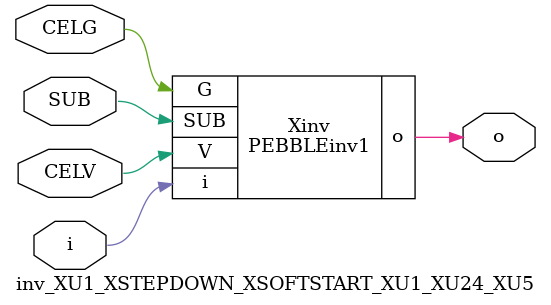
<source format=v>



module PEBBLEinv1 ( o, G, SUB, V, i );

  input V;
  input i;
  input G;
  output o;
  input SUB;
endmodule

//Celera Confidential Do Not Copy inv_XU1_XSTEPDOWN_XSOFTSTART_XU1_XU24_XU5
//Celera Confidential Symbol Generator
//5V Inverter
module inv_XU1_XSTEPDOWN_XSOFTSTART_XU1_XU24_XU5 (CELV,CELG,i,o,SUB);
input CELV;
input CELG;
input i;
input SUB;
output o;

//Celera Confidential Do Not Copy inv
PEBBLEinv1 Xinv(
.V (CELV),
.i (i),
.o (o),
.SUB (SUB),
.G (CELG)
);
//,diesize,PEBBLEinv1

//Celera Confidential Do Not Copy Module End
//Celera Schematic Generator
endmodule

</source>
